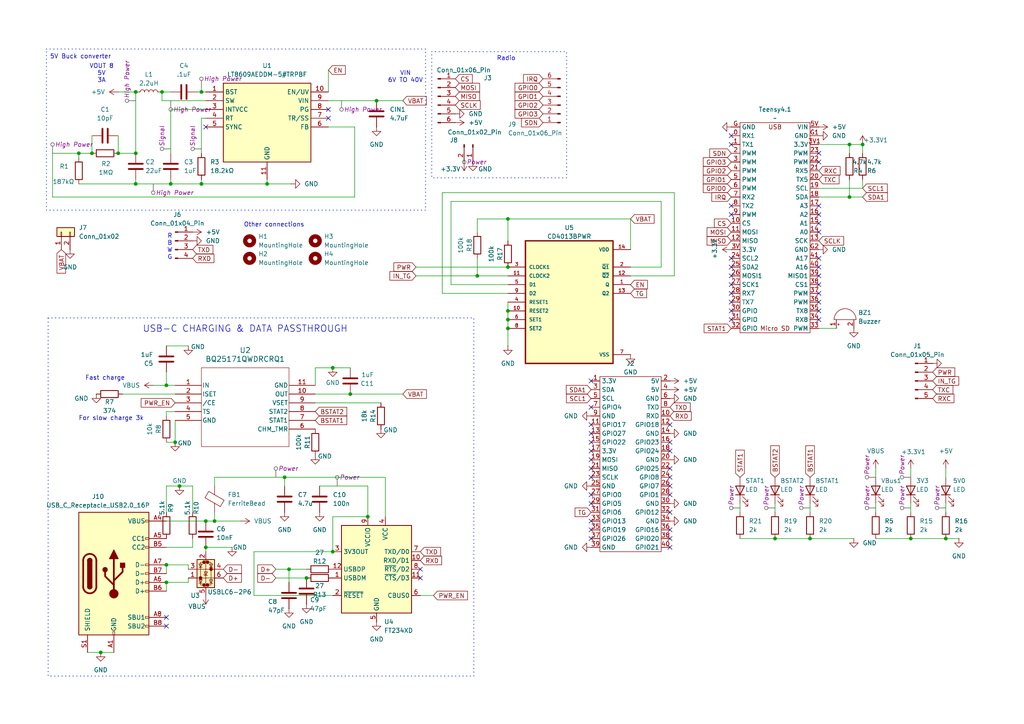
<source format=kicad_sch>
(kicad_sch (version 20231120) (generator "eeschema") (generator_version "8.0")
  (paper "A4")
  (junction (at 101.6 114.3))
  (junction (at 250.19 41.91))
  (junction (at 59.69 151.13))
  (junction (at 49.53 53.34))
  (junction (at 82.55 138.43))
  (junction (at 147.32 95.25))
  (junction (at 83.82 165.1))
  (junction (at 138.43 80.01))
  (junction (at 22.86 44.45))
  (junction (at 246.38 41.91))
  (junction (at 39.37 53.34))
  (junction (at 96.52 106.68))
  (junction (at 48.26 111.76))
  (junction (at 39.37 26.67))
  (junction (at 52.07 140.97))
  (junction (at 48.26 168.91))
  (junction (at 59.69 158.75))
  (junction (at 147.32 77.47))
  (junction (at 274.32 156.21))
  (junction (at 147.32 90.17))
  (junction (at 48.26 163.83))
  (junction (at 109.22 29.21))
  (junction (at 88.9 167.64))
  (junction (at 106.68 149.86))
  (junction (at 224.79 156.21))
  (junction (at 77.47 53.34))
  (junction (at 58.42 53.34))
  (junction (at 246.38 57.15))
  (junction (at 29.21 189.23))
  (junction (at 50.8 128.27))
  (junction (at 264.16 156.21))
  (junction (at 147.32 92.71))
  (junction (at 234.95 156.21))
  (junction (at 62.23 151.13))
  (junction (at 34.29 44.45))
  (junction (at 39.37 44.45))
  (junction (at 147.32 63.5))
  (junction (at 96.52 160.02))
  (junction (at 58.42 26.67))
  (junction (at 46.99 26.67))
  (junction (at 26.67 44.45))
  (no_connect (at 95.25 31.75))
  (no_connect (at 194.31 143.51))
  (no_connect (at 237.49 62.23))
  (no_connect (at 212.09 74.93))
  (no_connect (at 171.45 128.27))
  (no_connect (at 194.31 140.97))
  (no_connect (at 171.45 130.81))
  (no_connect (at 171.45 146.05))
  (no_connect (at 194.31 156.21))
  (no_connect (at 237.49 87.63))
  (no_connect (at 237.49 90.17))
  (no_connect (at 171.45 123.19))
  (no_connect (at 121.92 167.64))
  (no_connect (at 171.45 110.49))
  (no_connect (at 212.09 90.17))
  (no_connect (at 212.09 59.69))
  (no_connect (at 237.49 44.45))
  (no_connect (at 212.09 92.71))
  (no_connect (at 194.31 158.75))
  (no_connect (at 171.45 135.89))
  (no_connect (at 171.45 138.43))
  (no_connect (at 237.49 92.71))
  (no_connect (at 212.09 77.47))
  (no_connect (at 237.49 46.99))
  (no_connect (at 48.26 179.07))
  (no_connect (at 212.09 39.37))
  (no_connect (at 121.92 165.1))
  (no_connect (at 212.09 82.55))
  (no_connect (at 194.31 153.67))
  (no_connect (at 212.09 41.91))
  (no_connect (at 171.45 125.73))
  (no_connect (at 237.49 59.69))
  (no_connect (at 212.09 85.09))
  (no_connect (at 237.49 64.77))
  (no_connect (at 95.25 34.29))
  (no_connect (at 194.31 135.89))
  (no_connect (at 171.45 151.13))
  (no_connect (at 194.31 148.59))
  (no_connect (at 59.69 36.83))
  (no_connect (at 48.26 181.61))
  (no_connect (at 237.49 85.09))
  (no_connect (at 171.45 118.11))
  (no_connect (at 194.31 123.19))
  (no_connect (at 171.45 133.35))
  (no_connect (at 212.09 80.01))
  (no_connect (at 237.49 74.93))
  (no_connect (at 194.31 138.43))
  (no_connect (at 237.49 77.47))
  (no_connect (at 171.45 156.21))
  (no_connect (at 171.45 153.67))
  (no_connect (at 237.49 82.55))
  (no_connect (at 237.49 67.31))
  (no_connect (at 212.09 62.23))
  (no_connect (at 194.31 130.81))
  (no_connect (at 171.45 143.51))
  (no_connect (at 212.09 87.63))
  (no_connect (at 237.49 80.01))
  (no_connect (at 194.31 128.27))
  (wire (pts (xy 26.67 39.37) (xy 26.67 44.45)))
  (wire (pts (xy 22.86 53.34) (xy 39.37 53.34)))
  (wire (pts (xy 274.32 156.21) (xy 278.13 156.21)))
  (wire (pts (xy 254 135.89) (xy 254 138.43)))
  (wire (pts (xy 182.88 80.01) (xy 195.58 80.01)))
  (wire (pts (xy 83.82 165.1) (xy 83.82 168.91)))
  (wire (pts (xy 82.55 138.43) (xy 111.76 138.43)))
  (wire (pts (xy 39.37 53.34) (xy 49.53 53.34)))
  (wire (pts (xy 82.55 138.43) (xy 82.55 140.97)))
  (wire (pts (xy 195.58 55.88) (xy 128.27 55.88)))
  (wire (pts (xy 195.58 80.01) (xy 195.58 55.88)))
  (wire (pts (xy 54.61 168.91) (xy 54.61 167.64)))
  (wire (pts (xy 46.99 26.67) (xy 49.53 26.67)))
  (wire (pts (xy 120.65 77.47) (xy 147.32 77.47)))
  (wire (pts (xy 250.19 44.45) (xy 250.19 41.91)))
  (wire (pts (xy 52.07 140.97) (xy 55.88 140.97)))
  (wire (pts (xy 96.52 149.86) (xy 106.68 149.86)))
  (wire (pts (xy 274.32 135.89) (xy 274.32 138.43)))
  (wire (pts (xy 191.77 58.42) (xy 130.81 58.42)))
  (wire (pts (xy 182.88 63.5) (xy 147.32 63.5)))
  (wire (pts (xy 48.26 119.38) (xy 48.26 120.65)))
  (wire (pts (xy 147.32 95.25) (xy 147.32 100.33)))
  (wire (pts (xy 95.25 20.32) (xy 95.25 26.67)))
  (wire (pts (xy 128.27 55.88) (xy 128.27 85.09)))
  (wire (pts (xy 48.26 100.33) (xy 54.61 100.33)))
  (wire (pts (xy 58.42 25.4) (xy 58.42 26.67)))
  (wire (pts (xy 138.43 63.5) (xy 138.43 67.31)))
  (wire (pts (xy 254 156.21) (xy 264.16 156.21)))
  (wire (pts (xy 48.26 128.27) (xy 50.8 128.27)))
  (wire (pts (xy 55.88 158.75) (xy 55.88 156.21)))
  (wire (pts (xy 73.66 172.72) (xy 73.66 160.02)))
  (wire (pts (xy 91.44 114.3) (xy 101.6 114.3)))
  (wire (pts (xy 62.23 151.13) (xy 69.85 151.13)))
  (wire (pts (xy 147.32 90.17) (xy 147.32 92.71)))
  (wire (pts (xy 34.29 26.67) (xy 39.37 26.67)))
  (wire (pts (xy 254 146.05) (xy 254 148.59)))
  (wire (pts (xy 96.52 160.02) (xy 96.52 149.86)))
  (wire (pts (xy 96.52 172.72) (xy 73.66 172.72)))
  (wire (pts (xy 130.81 58.42) (xy 130.81 82.55)))
  (wire (pts (xy 25.4 189.23) (xy 29.21 189.23)))
  (wire (pts (xy 15.24 44.45) (xy 22.86 44.45)))
  (wire (pts (xy 101.6 114.3) (xy 116.84 114.3)))
  (wire (pts (xy 22.86 44.45) (xy 22.86 45.72)))
  (wire (pts (xy 62.23 140.97) (xy 62.23 138.43)))
  (wire (pts (xy 59.69 158.75) (xy 67.31 158.75)))
  (wire (pts (xy 214.63 156.21) (xy 224.79 156.21)))
  (wire (pts (xy 58.42 52.07) (xy 58.42 53.34)))
  (wire (pts (xy 237.49 57.15) (xy 246.38 57.15)))
  (wire (pts (xy 182.88 72.39) (xy 182.88 63.5)))
  (wire (pts (xy 120.65 80.01) (xy 138.43 80.01)))
  (wire (pts (xy 246.38 52.07) (xy 246.38 57.15)))
  (wire (pts (xy 48.26 148.59) (xy 48.26 140.97)))
  (wire (pts (xy 48.26 163.83) (xy 48.26 166.37)))
  (wire (pts (xy 15.24 57.15) (xy 15.24 44.45)))
  (wire (pts (xy 224.79 156.21) (xy 234.95 156.21)))
  (wire (pts (xy 191.77 77.47) (xy 191.77 58.42)))
  (wire (pts (xy 95.25 36.83) (xy 102.87 36.83)))
  (wire (pts (xy 49.53 31.75) (xy 49.53 44.45)))
  (wire (pts (xy 54.61 163.83) (xy 54.61 165.1)))
  (wire (pts (xy 22.86 44.45) (xy 26.67 44.45)))
  (wire (pts (xy 234.95 156.21) (xy 247.65 156.21)))
  (wire (pts (xy 49.53 52.07) (xy 49.53 53.34)))
  (wire (pts (xy 44.45 111.76) (xy 48.26 111.76)))
  (wire (pts (xy 138.43 74.93) (xy 138.43 80.01)))
  (wire (pts (xy 58.42 34.29) (xy 58.42 44.45)))
  (wire (pts (xy 48.26 107.95) (xy 48.26 111.76)))
  (wire (pts (xy 128.27 85.09) (xy 147.32 85.09)))
  (wire (pts (xy 83.82 165.1) (xy 88.9 165.1)))
  (wire (pts (xy 55.88 140.97) (xy 55.88 148.59)))
  (wire (pts (xy 59.69 31.75) (xy 49.53 31.75)))
  (wire (pts (xy 106.68 140.97) (xy 106.68 149.86)))
  (wire (pts (xy 111.76 138.43) (xy 111.76 149.86)))
  (wire (pts (xy 49.53 53.34) (xy 58.42 53.34)))
  (wire (pts (xy 237.49 95.25) (xy 242.57 95.25)))
  (wire (pts (xy 138.43 80.01) (xy 147.32 80.01)))
  (wire (pts (xy 274.32 146.05) (xy 274.32 148.59)))
  (wire (pts (xy 91.44 106.68) (xy 96.52 106.68)))
  (wire (pts (xy 91.44 116.84) (xy 110.49 116.84)))
  (wire (pts (xy 39.37 26.67) (xy 39.37 44.45)))
  (wire (pts (xy 246.38 41.91) (xy 250.19 41.91)))
  (wire (pts (xy 50.8 128.27) (xy 50.8 121.92)))
  (wire (pts (xy 214.63 146.05) (xy 214.63 148.59)))
  (wire (pts (xy 29.21 189.23) (xy 33.02 189.23)))
  (wire (pts (xy 147.32 92.71) (xy 147.32 95.25)))
  (wire (pts (xy 246.38 57.15) (xy 250.19 57.15)))
  (wire (pts (xy 58.42 26.67) (xy 59.69 26.67)))
  (wire (pts (xy 34.29 44.45) (xy 39.37 44.45)))
  (wire (pts (xy 130.81 82.55) (xy 147.32 82.55)))
  (wire (pts (xy 96.52 106.68) (xy 101.6 106.68)))
  (wire (pts (xy 62.23 138.43) (xy 82.55 138.43)))
  (wire (pts (xy 48.26 119.38) (xy 50.8 119.38)))
  (wire (pts (xy 237.49 54.61) (xy 250.19 54.61)))
  (wire (pts (xy 234.95 146.05) (xy 234.95 148.59)))
  (wire (pts (xy 59.69 34.29) (xy 58.42 34.29)))
  (wire (pts (xy 92.71 140.97) (xy 106.68 140.97)))
  (wire (pts (xy 77.47 53.34) (xy 84.455 53.34)))
  (wire (pts (xy 48.26 140.97) (xy 52.07 140.97)))
  (wire (pts (xy 46.99 29.21) (xy 46.99 26.67)))
  (wire (pts (xy 182.88 77.47) (xy 191.77 77.47)))
  (wire (pts (xy 59.69 158.75) (xy 59.69 160.02)))
  (wire (pts (xy 57.15 26.67) (xy 58.42 26.67)))
  (wire (pts (xy 34.29 39.37) (xy 34.29 44.45)))
  (wire (pts (xy 48.26 168.91) (xy 54.61 168.91)))
  (wire (pts (xy 59.69 151.13) (xy 62.23 151.13)))
  (wire (pts (xy 147.32 63.5) (xy 147.32 69.85)))
  (wire (pts (xy 48.26 158.75) (xy 55.88 158.75)))
  (wire (pts (xy 80.01 165.1) (xy 83.82 165.1)))
  (wire (pts (xy 91.44 111.76) (xy 91.44 106.68)))
  (wire (pts (xy 147.32 87.63) (xy 147.32 90.17)))
  (wire (pts (xy 102.87 57.15) (xy 15.24 57.15)))
  (wire (pts (xy 48.26 151.13) (xy 59.69 151.13)))
  (wire (pts (xy 237.49 41.91) (xy 246.38 41.91)))
  (wire (pts (xy 250.19 54.61) (xy 250.19 52.07)))
  (wire (pts (xy 39.37 52.07) (xy 39.37 53.34)))
  (wire (pts (xy 138.43 63.5) (xy 147.32 63.5)))
  (wire (pts (xy 264.16 156.21) (xy 274.32 156.21)))
  (wire (pts (xy 58.42 53.34) (xy 77.47 53.34)))
  (wire (pts (xy 264.16 135.89) (xy 264.16 138.43)))
  (wire (pts (xy 48.26 111.76) (xy 50.8 111.76)))
  (wire (pts (xy 264.16 146.05) (xy 264.16 148.59)))
  (wire (pts (xy 48.26 168.91) (xy 48.26 171.45)))
  (wire (pts (xy 48.26 163.83) (xy 54.61 163.83)))
  (wire (pts (xy 246.38 41.91) (xy 246.38 44.45)))
  (wire (pts (xy 224.79 146.05) (xy 224.79 148.59)))
  (wire (pts (xy 80.01 167.64) (xy 88.9 167.64)))
  (wire (pts (xy 62.23 151.13) (xy 62.23 148.59)))
  (wire (pts (xy 95.25 29.21) (xy 109.22 29.21)))
  (wire (pts (xy 102.87 36.83) (xy 102.87 57.15)))
  (wire (pts (xy 77.47 52.07) (xy 77.47 53.34)))
  (wire (pts (xy 121.92 172.72) (xy 125.73 172.72)))
  (wire (pts (xy 73.66 160.02) (xy 96.52 160.02)))
  (wire (pts (xy 35.56 114.3) (xy 50.8 114.3)))
  (wire (pts (xy 59.69 29.21) (xy 46.99 29.21)))
  (wire (pts (xy 109.22 29.21) (xy 116.84 29.21)))
  (rectangle (start 13.462 14.224) (end 123.444 60.96) (stroke (width 0.254) (type dot) (color 23 47 255 1)))
  (rectangle (start 13.97 92.202) (end 137.414 196.088) (stroke (width 0.254) (type dot) (color 23 47 255 1)))
  (rectangle (start 125.222 14.986) (end 164.338 51.562) (stroke (width 0.254) (type dot) (color 23 47 255 1)))
  (text "USB-C CHARGING & DATA PASSTHROUGH" (at 71.12 95.504 0) (effects (font (size 1.905 1.905))))
  (text "R\nB\nW\nG" (at 49.276 71.628 0) (effects (font (size 1.27 1.27))))
  (text "Radio" (at 146.812 17.018 0) (effects (font (size 1.27 1.27))))
  (text "Other connections" (at 79.502 65.278 0) (effects (font (size 1.27 1.27))))
  (text "VIN\n6V TO 40V" (at 117.602 22.352 0) (effects (font (size 1.27 1.27))))
  (text "5V Buck converter" (at 23.368 16.51 0) (effects (font (size 1.27 1.27))))
  (text "For slow charge 3k" (at 32.258 121.412 0) (effects (font (size 1.27 1.27))))
  (text "Fast charge\n" (at 30.48 109.728 0) (effects (font (size 1.27 1.27))))
  (text "VOUT 8\n5V\n3A" (at 29.464 21.336 0) (effects (font (size 1.27 1.27))))
  (global_label "VBAT" (shape input) (at 17.78 72.39 270) (property "Intersheetrefs" "${INTERSHEET_REFS}" (effects (hide yes))))
  (global_label "TG" (shape input) (at 171.45 148.59 180) (property "Intersheetrefs" "${INTERSHEET_REFS}" (effects (hide yes))))
  (global_label "VBAT" (shape input) (at 116.84 114.3 0) (property "Intersheetrefs" "${INTERSHEET_REFS}" (effects (hide yes))))
  (global_label "IN_TG" (shape input) (at 270.51 110.49 0) (property "Intersheetrefs" "${INTERSHEET_REFS}" (effects (hide yes))))
  (global_label "TXD" (shape input) (at 121.92 160.02 0) (property "Intersheetrefs" "${INTERSHEET_REFS}" (effects (hide yes))))
  (global_label "D-" (shape input) (at 64.77 165.1 0) (property "Intersheetrefs" "${INTERSHEET_REFS}" (effects (hide yes))))
  (global_label "TXD" (shape input) (at 194.31 118.11 0) (property "Intersheetrefs" "${INTERSHEET_REFS}" (effects (hide yes))))
  (global_label "GPIO0" (shape input) (at 157.48 25.4 180) (property "Intersheetrefs" "${INTERSHEET_REFS}" (effects (hide yes))))
  (global_label "RXD" (shape input) (at 55.88 74.93 0) (property "Intersheetrefs" "${INTERSHEET_REFS}" (effects (hide yes))))
  (global_label "CS" (shape input) (at 132.08 22.86 0) (property "Intersheetrefs" "${INTERSHEET_REFS}" (effects (hide yes))))
  (global_label "EN" (shape input) (at 95.25 20.32 0) (property "Intersheetrefs" "${INTERSHEET_REFS}" (effects (hide yes))))
  (global_label "GPIO1" (shape input) (at 212.09 52.07 180) (property "Intersheetrefs" "${INTERSHEET_REFS}" (effects (hide yes))))
  (global_label "SDA1" (shape input) (at 171.45 113.03 180) (property "Intersheetrefs" "${INTERSHEET_REFS}" (effects (hide yes))))
  (global_label "GPIO0" (shape input) (at 212.09 54.61 180) (property "Intersheetrefs" "${INTERSHEET_REFS}" (effects (hide yes))))
  (global_label "SDA1" (shape input) (at 250.19 57.15 0) (property "Intersheetrefs" "${INTERSHEET_REFS}" (effects (hide yes))))
  (global_label "MISO" (shape input) (at 132.08 27.94 0) (property "Intersheetrefs" "${INTERSHEET_REFS}" (effects (hide yes))))
  (global_label "STAT1" (shape input) (at 214.63 138.43 90) (property "Intersheetrefs" "${INTERSHEET_REFS}" (effects (hide yes))))
  (global_label "MOSI" (shape input) (at 132.08 25.4 0) (property "Intersheetrefs" "${INTERSHEET_REFS}" (effects (hide yes))))
  (global_label "SDN" (shape input) (at 212.09 44.45 180) (property "Intersheetrefs" "${INTERSHEET_REFS}" (effects (hide yes))))
  (global_label "BSTAT1" (shape input) (at 91.44 121.92 0) (property "Intersheetrefs" "${INTERSHEET_REFS}" (effects (hide yes))))
  (global_label "GPIO2" (shape input) (at 157.48 30.48 180) (property "Intersheetrefs" "${INTERSHEET_REFS}" (effects (hide yes))))
  (global_label "BSTAT1" (shape input) (at 234.95 138.43 90) (property "Intersheetrefs" "${INTERSHEET_REFS}" (effects (hide yes))))
  (global_label "SCL1" (shape input) (at 171.45 115.57 180) (property "Intersheetrefs" "${INTERSHEET_REFS}" (effects (hide yes))))
  (global_label "EN" (shape input) (at 182.88 82.55 0) (property "Intersheetrefs" "${INTERSHEET_REFS}" (effects (hide yes))))
  (global_label "RXD" (shape input) (at 121.92 162.56 0) (property "Intersheetrefs" "${INTERSHEET_REFS}" (effects (hide yes))))
  (global_label "TXC" (shape input) (at 237.49 52.07 0) (property "Intersheetrefs" "${INTERSHEET_REFS}" (effects (hide yes))))
  (global_label "RXC" (shape input) (at 237.49 49.53 0) (property "Intersheetrefs" "${INTERSHEET_REFS}" (effects (hide yes))))
  (global_label "VBAT" (shape input) (at 116.84 29.21 0) (property "Intersheetrefs" "${INTERSHEET_REFS}" (effects (hide yes))))
  (global_label "PWR_EN" (shape input) (at 50.8 116.84 180) (property "Intersheetrefs" "${INTERSHEET_REFS}" (effects (hide yes))))
  (global_label "SDN" (shape input) (at 157.48 35.56 180) (property "Intersheetrefs" "${INTERSHEET_REFS}" (effects (hide yes))))
  (global_label "GPIO3" (shape input) (at 157.48 33.02 180) (property "Intersheetrefs" "${INTERSHEET_REFS}" (effects (hide yes))))
  (global_label "CS" (shape input) (at 212.09 64.77 180) (property "Intersheetrefs" "${INTERSHEET_REFS}" (effects (hide yes))))
  (global_label "PWR" (shape input) (at 120.65 77.47 180) (property "Intersheetrefs" "${INTERSHEET_REFS}" (effects (hide yes))))
  (global_label "MOSI" (shape input) (at 212.09 67.31 180) (property "Intersheetrefs" "${INTERSHEET_REFS}" (effects (hide yes))))
  (global_label "STAT1" (shape input) (at 212.09 95.25 180) (property "Intersheetrefs" "${INTERSHEET_REFS}" (effects (hide yes))))
  (global_label "RXC" (shape input) (at 270.51 115.57 0) (property "Intersheetrefs" "${INTERSHEET_REFS}" (effects (hide yes))))
  (global_label "SCL1" (shape input) (at 250.19 54.61 0) (property "Intersheetrefs" "${INTERSHEET_REFS}" (effects (hide yes))))
  (global_label "GPIO3" (shape input) (at 212.09 46.99 180) (property "Intersheetrefs" "${INTERSHEET_REFS}" (effects (hide yes))))
  (global_label "BSTAT2" (shape input) (at 91.44 119.38 0) (property "Intersheetrefs" "${INTERSHEET_REFS}" (effects (hide yes))))
  (global_label "TXC" (shape input) (at 270.51 113.03 0) (property "Intersheetrefs" "${INTERSHEET_REFS}" (effects (hide yes))))
  (global_label "D-" (shape input) (at 80.01 167.64 180) (property "Intersheetrefs" "${INTERSHEET_REFS}" (effects (hide yes))))
  (global_label "TG" (shape input) (at 182.88 85.09 0) (property "Intersheetrefs" "${INTERSHEET_REFS}" (effects (hide yes))))
  (global_label "MISO" (shape input) (at 212.09 69.85 180) (property "Intersheetrefs" "${INTERSHEET_REFS}" (effects (hide yes))))
  (global_label "GPIO2" (shape input) (at 212.09 49.53 180) (property "Intersheetrefs" "${INTERSHEET_REFS}" (effects (hide yes))))
  (global_label "RXD" (shape input) (at 194.31 120.65 0) (property "Intersheetrefs" "${INTERSHEET_REFS}" (effects (hide yes))))
  (global_label "TXD" (shape input) (at 55.88 72.39 0) (property "Intersheetrefs" "${INTERSHEET_REFS}" (effects (hide yes))))
  (global_label "D+" (shape input) (at 80.01 165.1 180) (property "Intersheetrefs" "${INTERSHEET_REFS}" (effects (hide yes))))
  (global_label "GPIO1" (shape input) (at 157.48 27.94 180) (property "Intersheetrefs" "${INTERSHEET_REFS}" (effects (hide yes))))
  (global_label "D+" (shape input) (at 64.77 167.64 0) (property "Intersheetrefs" "${INTERSHEET_REFS}" (effects (hide yes))))
  (global_label "VBAT" (shape input) (at 182.88 63.5 0) (property "Intersheetrefs" "${INTERSHEET_REFS}" (effects (hide yes))))
  (global_label "BSTAT2" (shape input) (at 224.79 138.43 90) (property "Intersheetrefs" "${INTERSHEET_REFS}" (effects (hide yes))))
  (global_label "IN_TG" (shape input) (at 120.65 80.01 180) (property "Intersheetrefs" "${INTERSHEET_REFS}" (effects (hide yes))))
  (global_label "SCLK" (shape input) (at 132.08 30.48 0) (property "Intersheetrefs" "${INTERSHEET_REFS}" (effects (hide yes))))
  (global_label "IRQ" (shape input) (at 157.48 22.86 180) (property "Intersheetrefs" "${INTERSHEET_REFS}" (effects (hide yes))))
  (global_label "SCLK" (shape input) (at 237.49 69.85 0) (property "Intersheetrefs" "${INTERSHEET_REFS}" (effects (hide yes))))
  (global_label "IRQ" (shape input) (at 212.09 57.15 180) (property "Intersheetrefs" "${INTERSHEET_REFS}" (effects (hide yes))))
  (global_label "PWR_EN" (shape input) (at 125.73 172.72 0) (property "Intersheetrefs" "${INTERSHEET_REFS}" (effects (hide yes))))
  (global_label "PWR" (shape input) (at 270.51 107.95 0) (property "Intersheetrefs" "${INTERSHEET_REFS}" (effects (hide yes))))
  (netclass_flag "" (length 2.54) (shape round) (at 44.45 53.34 180) (property "Netclass" "High Power" (at 45.1485 55.88 0) (effects (font (italic yes)) (justify left))))
  (netclass_flag "" (length 2.54) (shape round) (at 264.16 138.43 90) (property "Netclass" "Power" (at 261.62 137.7315 90) (effects (font (italic yes)) (justify left))))
  (netclass_flag "" (length 2.54) (shape round) (at 49.53 43.18 90) (property "Netclass" "Signal" (at 46.99 42.4815 90) (effects (font (italic yes)) (justify left))))
  (netclass_flag "" (length 2.54) (shape round) (at 58.42 25.4 0) (property "Netclass" "High Power" (at 59.1185 22.86 0) (effects (font (italic yes)) (justify left))))
  (netclass_flag "" (length 2.54) (shape round) (at 15.24 44.45 0) (property "Netclass" "High Power" (at 15.9385 41.91 0) (effects (font (italic yes)) (justify left))))
  (netclass_flag "" (length 2.54) (shape round) (at 39.37 29.21 90) (property "Netclass" "High Power" (at 36.83 28.5115 90) (effects (font (italic yes)) (justify left))))
  (netclass_flag "" (length 2.54) (shape round) (at 264.16 147.32 90) (property "Netclass" "Power" (at 261.62 146.6215 90) (effects (font (italic yes)) (justify left))))
  (netclass_flag "" (length 2.54) (shape round) (at 224.79 147.32 90) (property "Netclass" "Power" (at 222.25 146.6215 90) (effects (font (italic yes)) (justify left))))
  (netclass_flag "" (length 2.54) (shape round) (at 234.95 147.32 90) (property "Netclass" "Power" (at 232.41 146.6215 90) (effects (font (italic yes)) (justify left))))
  (netclass_flag "" (length 2.54) (shape round) (at 49.53 29.21 180) (property "Netclass" "High Power" (at 50.2285 31.75 0) (effects (font (italic yes)) (justify left))))
  (netclass_flag "" (length 2.54) (shape round) (at 134.62 44.45 180) (property "Netclass" "Power" (at 135.3185 46.99 0) (effects (font (italic yes)) (justify left))))
  (netclass_flag "" (length 2.54) (shape round) (at 214.63 147.32 90) (property "Netclass" "Power" (at 212.09 146.6215 90) (effects (font (italic yes)) (justify left))))
  (netclass_flag "" (length 2.54) (shape round) (at 58.42 43.18 90) (property "Netclass" "Signal" (at 55.88 42.4815 90) (effects (font (italic yes)) (justify left))))
  (netclass_flag "" (length 2.54) (shape round) (at 99.06 29.21 180) (property "Netclass" "High Power" (at 99.7585 31.75 0) (effects (font (italic yes)) (justify left))))
  (netclass_flag "" (length 2.54) (shape round) (at 274.32 147.32 90) (property "Netclass" "Power" (at 271.78 146.6215 90) (effects (font (italic yes)) (justify left))))
  (netclass_flag "" (length 2.54) (shape round) (at 254 138.43 90) (property "Netclass" "Power" (at 251.46 137.7315 90) (effects (font (italic yes)) (justify left))))
  (netclass_flag "" (length 2.54) (shape round) (at 80.01 138.43 0) (property "Netclass" "Power" (at 80.7085 135.89 0) (effects (font (italic yes)) (justify left))))
  (netclass_flag "" (length 2.54) (shape round) (at 254 147.32 90) (property "Netclass" "Power" (at 251.46 146.6215 90) (effects (font (italic yes)) (justify left))))
  (netclass_flag "" (length 2.54) (shape round) (at 97.79 140.97 0) (property "Netclass" "Power" (at 98.4885 138.43 0) (effects (font (italic yes)) (justify left))))
  (symbol (lib_id "power:VBUS") (at 69.85 151.13 270) (unit 1)
    (property "Reference" "#PWR037" (effects (hide yes)))
    (property "Value" "VBUS" (at 73.66 151.1299 90) (effects (justify left)))
    (property "Description" "Power symbol creates a global label with name \"VBUS\"" (effects (hide yes)))
  )
  (symbol (lib_id "power:GND") (at 83.82 176.53 0) (unit 1)
    (property "Reference" "#PWR039" (effects (hide yes)))
    (property "Value" "GND" (at 83.82 181.61 0))
    (property "Description" "Power symbol creates a global label with name \"GND\" , ground" (effects (hide yes)))
  )
  (symbol (lib_id "Device:R") (at 31.75 114.3 90) (unit 1)
    (property "Reference" "R7" (at 31.75 116.586 90))
    (property "Value" "374" (at 31.75 119.126 90))
    (property "Footprint" "Resistor_SMD:R_0805_2012Metric" (effects (hide yes)))
    (property "Description" "Resistor" (effects (hide yes)))
  )
  (symbol (lib_id "power:GND") (at 96.52 106.68 0) (unit 1)
    (property "Reference" "#PWR043" (effects (hide yes)))
    (property "Value" "GND" (at 98.552 110.998 0) (effects (justify right)))
    (property "Description" "Power symbol creates a global label with name \"GND\" , ground" (effects (hide yes)))
  )
  (symbol (lib_id "power:GND") (at 137.16 46.99 0) (unit 1)
    (property "Reference" "#PWR026" (effects (hide yes)))
    (property "Value" "GND" (at 140.716 49.022 0))
    (property "Description" "Power symbol creates a global label with name \"GND\" , ground" (effects (hide yes)))
  )
  (symbol (lib_id "power:+3.3V") (at 264.16 135.89 0) (unit 1)
    (property "Reference" "#PWR046" (effects (hide yes)))
    (property "Value" "+3.3V1" (at 261.366 131.064 0) (effects (justify left)))
    (property "Description" "Power symbol creates a global label with name \"+3.3V\"" (effects (hide yes)))
  )
  (symbol (lib_id "power:GND") (at 54.61 100.33 0) (unit 1)
    (property "Reference" "#PWR034" (effects (hide yes)))
    (property "Value" "GND" (at 59.436 100.584 0) (effects (justify right)))
    (property "Description" "Power symbol creates a global label with name \"GND\" , ground" (effects (hide yes)))
  )
  (symbol (lib_id "power:GND") (at 247.65 156.21 0) (unit 1)
    (property "Reference" "#PWR052" (effects (hide yes)))
    (property "Value" "GND" (at 250.19 157.4799 0) (effects (justify left)))
    (property "Description" "Power symbol creates a global label with name \"GND\" , ground" (effects (hide yes)))
  )
  (symbol (lib_id "Avionics (1):LT8609AEDDM-5#TRPBF") (at 59.69 26.67 0) (unit 1)
    (property "Reference" "U1" (at 77.47 19.05 0))
    (property "Value" "LT8609AEDDM-5#TRPBF" (at 77.47 21.59 0))
    (property "Footprint" "Avionics:LT8609AEDDM-5#TRPBF" (effects (hide yes)))
    (property "Datasheet" "https://www.analog.com/media/en/technical-documentation/data-sheets/LT8609-8609A-8609B.pdf" (effects (hide yes)))
    (property "Description" "42V, 2A/3A PEAK SYNC BUCK REG W/" (effects (hide yes)))
    (property "Height" "0.85" (effects (hide yes)))
    (property "Mouser Part Number" "584-LT8609AEDDM-5#TR" (effects (hide yes)))
    (property "Mouser Price/Stock" "https://www.mouser.co.uk/ProductDetail/Analog-Devices/LT8609AEDDM-5TRPBF?qs=B6kkDfuK7%2FB%2F%252BOS8BU8yDg%3D%3D" (effects (hide yes)))
    (property "Manufacturer_Name" "Analog Devices" (effects (hide yes)))
    (property "Manufacturer_Part_Number" "LT8609AEDDM-5#TRPBF" (effects (hide yes)))
  )
  (symbol (lib_id "Device:R") (at 264.16 152.4 0) (unit 1)
    (property "Reference" "R15" (at 266.7 151.1299 0) (effects (justify left)))
    (property "Value" "2k" (at 266.7 153.6699 0) (effects (justify left)))
    (property "Footprint" "Resistor_SMD:R_0805_2012Metric_Pad1.20x1.40mm_HandSolder" (effects (hide yes)))
    (property "Description" "Resistor" (effects (hide yes)))
  )
  (symbol (lib_id "power:GND") (at 237.49 72.39 90) (unit 1)
    (property "Reference" "#PWR015" (effects (hide yes)))
    (property "Value" "GND" (at 241.3 72.3899 90) (effects (justify right)))
    (property "Description" "Power symbol creates a global label with name \"GND\" , ground" (effects (hide yes)))
  )
  (symbol (lib_id "power:GND") (at 194.31 125.73 90) (unit 1)
    (property "Reference" "#PWR016" (effects (hide yes)))
    (property "Value" "GND" (at 198.12 125.7299 90) (effects (justify right)))
    (property "Description" "Power symbol creates a global label with name \"GND\" , ground" (effects (hide yes)))
  )
  (symbol (lib_id "Device:R") (at 254 152.4 0) (unit 1)
    (property "Reference" "R5" (at 256.54 151.1299 0) (effects (justify left)))
    (property "Value" "2k" (at 256.54 153.6699 0) (effects (justify left)))
    (property "Footprint" "Resistor_SMD:R_0805_2012Metric_Pad1.20x1.40mm_HandSolder" (effects (hide yes)))
    (property "Description" "Resistor" (effects (hide yes)))
  )
  (symbol (lib_id "power:GND") (at 237.49 39.37 90) (unit 1)
    (property "Reference" "#PWR03" (effects (hide yes)))
    (property "Value" "GND" (at 241.3 39.3699 90) (effects (justify right)))
    (property "Description" "Power symbol creates a global label with name \"GND\" , ground" (effects (hide yes)))
  )
  (symbol (lib_id "Connector:Conn_01x05_Pin") (at 265.43 110.49 0) (unit 1)
    (property "Reference" "J1" (at 266.065 100.33 0))
    (property "Value" "Conn_01x05_Pin" (at 266.065 102.87 0))
    (property "Footprint" "Connector_JST:JST_XH_S5B-XH-A_1x05_P2.50mm_Horizontal" (effects (hide yes)))
    (property "Description" "Generic connector, single row, 01x05, script generated" (effects (hide yes)))
  )
  (symbol (lib_id "power:+5V") (at 194.31 110.49 270) (unit 1)
    (property "Reference" "#PWR013" (effects (hide yes)))
    (property "Value" "+5V" (at 198.12 110.4899 90) (effects (justify left)))
    (property "Description" "Power symbol creates a global label with name \"+5V\"" (effects (hide yes)))
  )
  (symbol (lib_id "power:+5V") (at 194.31 113.03 270) (unit 1)
    (property "Reference" "#PWR014" (effects (hide yes)))
    (property "Value" "+5V" (at 198.12 113.0299 90) (effects (justify left)))
    (property "Description" "Power symbol creates a global label with name \"+5V\"" (effects (hide yes)))
  )
  (symbol (lib_id "Interface_USB:FT234XD") (at 109.22 165.1 0) (unit 1)
    (property "Reference" "U4" (at 111.4141 180.34 0) (effects (justify left)))
    (property "Value" "FT234XD" (at 111.4141 182.88 0) (effects (justify left)))
    (property "Footprint" "Avionics:FT234XD" (effects (hide yes)))
    (property "Datasheet" "https://ftdichip.com/wp-content/uploads/2024/05/DS_FT234XD.pdf" (effects (hide yes)))
    (property "Description" "Full Speed USB to Basic UART, WDFN-12" (effects (hide yes)))
  )
  (symbol (lib_id "Device:R") (at 48.26 124.46 0) (unit 1)
    (property "Reference" "R8" (at 45.974 124.46 90))
    (property "Value" "10k" (at 43.434 124.46 90))
    (property "Footprint" "Resistor_SMD:R_0805_2012Metric" (effects (hide yes)))
    (property "Description" "Resistor" (effects (hide yes)))
  )
  (symbol (lib_id "Device:C") (at 39.37 48.26 180) (unit 1)
    (property "Reference" "C2" (at 42.164 46.99 0) (effects (justify right)))
    (property "Value" "22uF" (at 42.164 49.53 0) (effects (justify right)))
    (property "Footprint" "Capacitor_SMD:C_0805_2012Metric" (effects (hide yes)))
    (property "Description" "Unpolarized capacitor" (effects (hide yes)))
  )
  (symbol (lib_id "power:GND") (at 194.31 115.57 90) (unit 1)
    (property "Reference" "#PWR06" (effects (hide yes)))
    (property "Value" "GND" (at 198.12 115.5699 90) (effects (justify right)))
    (property "Description" "Power symbol creates a global label with name \"GND\" , ground" (effects (hide yes)))
  )
  (symbol (lib_id "Device:R") (at 246.38 48.26 180) (unit 1)
    (property "Reference" "R4" (at 250.19 49.53 0) (effects (justify left)))
    (property "Value" "4.7k" (at 251.46 46.99 0) (effects (justify left)))
    (property "Footprint" "Resistor_SMD:R_0805_2012Metric_Pad1.20x1.40mm_HandSolder" (effects (hide yes)))
  )
  (symbol (lib_id "Device:R") (at 58.42 48.26 0) (unit 1)
    (property "Reference" "R3" (at 60.96 46.9899 0) (effects (justify left)))
    (property "Value" "18.2kΩ" (at 60.96 49.5299 0) (effects (justify left)))
    (property "Footprint" "Resistor_SMD:R_0805_2012Metric" (effects (hide yes)))
    (property "Description" "Resistor" (effects (hide yes)))
  )
  (symbol (lib_id "power:+5V") (at 34.29 26.67 90) (unit 1)
    (property "Reference" "#PWR011" (effects (hide yes)))
    (property "Value" "+5V" (at 30.48 26.6699 90) (effects (justify left)))
    (property "Description" "Power symbol creates a global label with name \"+5V\"" (effects (hide yes)))
  )
  (symbol (lib_id "Device:C") (at 109.22 33.02 0) (unit 1)
    (property "Reference" "CIN1" (at 113.03 31.7499 0) (effects (justify left)))
    (property "Value" "4.7uF" (at 113.03 34.2899 0) (effects (justify left)))
    (property "Footprint" "Capacitor_SMD:C_0805_2012Metric" (effects (hide yes)))
    (property "Description" "Unpolarized capacitor" (effects (hide yes)))
  )
  (symbol (lib_id "Mechanical:MountingHole") (at 91.44 74.93 0) (unit 1) (exclude_from_sim yes) (in_bom no)
    (property "Reference" "H4" (at 93.98 73.6599 0) (effects (justify left)))
    (property "Value" "MountingHole" (at 93.98 76.1999 0) (effects (justify left)))
    (property "Footprint" "MountingHole:MountingHole_3.2mm_M3" (effects (hide yes)))
    (property "Description" "Mounting Hole without connection" (effects (hide yes)))
  )
  (symbol (lib_id "Connector:Conn_01x06_Pin") (at 162.56 30.48 180) (unit 1)
    (property "Reference" "J9" (at 147.32 36.068 0) (effects (justify right)))
    (property "Value" "Conn_01x06_Pin" (at 147.32 38.608 0) (effects (justify right)))
    (property "Footprint" "Connector_JST:JST_XH_S6B-XH-A_1x06_P2.50mm_Horizontal" (effects (hide yes)))
    (property "Description" "Generic connector, single row, 01x06, script generated" (effects (hide yes)))
  )
  (symbol (lib_id "Device:LED") (at 234.95 142.24 90) (unit 1)
    (property "Reference" "BSTAT1" (at 236.474 139.446 90) (effects (justify right)))
    (property "Value" "LED" (at 236.474 141.986 90) (effects (justify right)))
    (property "Footprint" "LED_SMD:LED_0805_2012Metric_Pad1.15x1.40mm_HandSolder" (effects (hide yes)))
    (property "Description" "Light emitting diode" (effects (hide yes)))
  )
  (symbol (lib_id "Avionics:BQ25171QWDRCRQ1") (at 50.8 111.76 0) (unit 1)
    (property "Reference" "U2" (at 71.12 101.6 0) (effects (font (size 1.524 1.524))))
    (property "Value" "BQ25171QWDRCRQ1" (at 71.12 104.14 0) (effects (font (size 1.524 1.524))))
    (property "Footprint" "Avionics:VSON10_BQ25171_3X3_TEX" (effects (hide yes)))
    (property "Datasheet" "BQ25171QWDRCRQ1" (effects (hide yes)))
  )
  (symbol (lib_id "power:+3.3V") (at 134.62 46.99 180) (unit 1)
    (property "Reference" "#PWR025" (effects (hide yes)))
    (property "Value" "+3.3V" (at 133.604 49.022 0) (effects (justify left)))
    (property "Description" "Power symbol creates a global label with name \"+3.3V\"" (effects (hide yes)))
  )
  (symbol (lib_id "Avionics:Pi4B_Expansion_Header") (at 182.88 135.89 0) (unit 1)
    (property "Reference" "J2" (at 182.88 105.41 0))
    (property "Value" "~" (at 182.88 107.95 0))
    (property "Footprint" "Connector_PinSocket_2.54mm:PinSocket_2x20_P2.54mm_Vertical" (effects (hide yes)))
  )
  (symbol (lib_id "Device:LED") (at 264.16 142.24 90) (unit 1)
    (property "Reference" "3V3" (at 265.684 139.446 90) (effects (justify right)))
    (property "Value" "LED" (at 265.684 141.986 90) (effects (justify right)))
    (property "Footprint" "LED_SMD:LED_0805_2012Metric_Pad1.15x1.40mm_HandSolder" (effects (hide yes)))
    (property "Description" "Light emitting diode" (effects (hide yes)))
  )
  (symbol (lib_id "Device:C") (at 92.71 144.78 180) (unit 1)
    (property "Reference" "C10" (at 96.52 143.5099 0) (effects (justify right)))
    (property "Value" "100n" (at 96.52 146.0499 0) (effects (justify right)))
    (property "Footprint" "Capacitor_SMD:C_0805_2012Metric" (effects (hide yes)))
    (property "Description" "Unpolarized capacitor" (effects (hide yes)))
  )
  (symbol (lib_id "power:VBUS") (at 59.69 172.72 180) (unit 1)
    (property "Reference" "#PWR035" (effects (hide yes)))
    (property "Value" "VBUS" (at 57.15 175.895 0))
    (property "Description" "Power symbol creates a global label with name \"VBUS\"" (effects (hide yes)))
  )
  (symbol (lib_id "power:+5V") (at 132.08 35.56 270) (unit 1)
    (property "Reference" "#PWR024" (effects (hide yes)))
    (property "Value" "+5V" (at 135.89 35.5599 90) (effects (justify left)))
    (property "Description" "Power symbol creates a global label with name \"+5V\"" (effects (hide yes)))
  )
  (symbol (lib_id "power:GND") (at 194.31 133.35 90) (unit 1)
    (property "Reference" "#PWR017" (effects (hide yes)))
    (property "Value" "GND" (at 198.12 133.3499 90) (effects (justify right)))
    (property "Description" "Power symbol creates a global label with name \"GND\" , ground" (effects (hide yes)))
  )
  (symbol (lib_id "Device:C") (at 101.6 110.49 0) (unit 1)
    (property "Reference" "C11" (at 108.458 111.252 0) (effects (justify right)))
    (property "Value" "1uF" (at 108.458 108.712 0) (effects (justify right)))
    (property "Footprint" "Capacitor_SMD:C_0805_2012Metric" (effects (hide yes)))
    (property "Description" "Unpolarized capacitor" (effects (hide yes)))
  )
  (symbol (lib_id "power:GND") (at 182.88 102.87 0) (unit 1)
    (property "Reference" "#PWR050" (effects (hide yes)))
    (property "Value" "GND" (at 182.88 107.95 0))
    (property "Description" "Power symbol creates a global label with name \"GND\" , ground" (effects (hide yes)))
  )
  (symbol (lib_id "Mechanical:MountingHole") (at 72.39 74.93 0) (unit 1) (exclude_from_sim yes) (in_bom no)
    (property "Reference" "H2" (at 74.93 73.6599 0) (effects (justify left)))
    (property "Value" "MountingHole" (at 74.93 76.1999 0) (effects (justify left)))
    (property "Footprint" "MountingHole:MountingHole_3.2mm_M3" (effects (hide yes)))
    (property "Description" "Mounting Hole without connection" (effects (hide yes)))
  )
  (symbol (lib_id "Device:C") (at 53.34 26.67 90) (unit 1)
    (property "Reference" "C4" (at 53.34 19.05 90))
    (property "Value" ".1uF" (at 53.34 21.59 90))
    (property "Footprint" "Capacitor_SMD:C_0805_2012Metric" (effects (hide yes)))
    (property "Description" "Unpolarized capacitor" (effects (hide yes)))
  )
  (symbol (lib_id "power:GND") (at 50.8 128.27 0) (unit 1)
    (property "Reference" "#PWR032" (effects (hide yes)))
    (property "Value" "GND" (at 55.626 128.524 0) (effects (justify right)))
    (property "Description" "Power symbol creates a global label with name \"GND\" , ground" (effects (hide yes)))
  )
  (symbol (lib_id "power:GND") (at 212.09 36.83 270) (unit 1)
    (property "Reference" "#PWR04" (effects (hide yes)))
    (property "Value" "GND" (effects (hide yes)))
    (property "Description" "Power symbol creates a global label with name \"GND\" , ground" (effects (hide yes)))
  )
  (symbol (lib_id "Device:LED") (at 214.63 142.24 90) (unit 1)
    (property "Reference" "STAT1" (at 216.154 139.446 90) (effects (justify right)))
    (property "Value" "LED" (at 216.154 141.986 90) (effects (justify right)))
    (property "Footprint" "LED_SMD:LED_0805_2012Metric_Pad1.15x1.40mm_HandSolder" (effects (hide yes)))
    (property "Description" "Light emitting diode" (effects (hide yes)))
  )
  (symbol (lib_id "Device:R") (at 274.32 152.4 0) (unit 1)
    (property "Reference" "R16" (at 276.86 151.1299 0) (effects (justify left)))
    (property "Value" "2k" (at 276.86 153.6699 0) (effects (justify left)))
    (property "Footprint" "Resistor_SMD:R_0805_2012Metric_Pad1.20x1.40mm_HandSolder" (effects (hide yes)))
    (property "Description" "Resistor" (effects (hide yes)))
  )
  (symbol (lib_id "power:GND") (at 194.31 151.13 90) (unit 1)
    (property "Reference" "#PWR019" (effects (hide yes)))
    (property "Value" "GND" (at 198.12 151.1299 90) (effects (justify right)))
    (property "Description" "Power symbol creates a global label with name \"GND\" , ground" (effects (hide yes)))
  )
  (symbol (lib_id "Device:R") (at 138.43 71.12 0) (unit 1)
    (property "Reference" "R18" (at 136.144 71.12 90))
    (property "Value" "100k" (at 133.604 71.12 90))
    (property "Footprint" "Resistor_SMD:R_0805_2012Metric" (effects (hide yes)))
    (property "Description" "Resistor" (effects (hide yes)))
  )
  (symbol (lib_id "Device:L") (at 43.18 26.67 90) (unit 1)
    (property "Reference" "L1" (at 43.18 21.59 90))
    (property "Value" "2.2uH" (at 43.18 24.13 90))
    (property "Footprint" "Inductor_SMD:L_0805_2012Metric" (effects (hide yes)))
    (property "Description" "Inductor" (effects (hide yes)))
  )
  (symbol (lib_id "Device:LED") (at 274.32 142.24 90) (unit 1)
    (property "Reference" "5V0" (at 276.352 139.446 90) (effects (justify right)))
    (property "Value" "LED" (at 276.352 141.986 90) (effects (justify right)))
    (property "Footprint" "LED_SMD:LED_0805_2012Metric_Pad1.15x1.40mm_HandSolder" (effects (hide yes)))
    (property "Description" "Light emitting diode" (effects (hide yes)))
  )
  (symbol (lib_id "power:GND") (at 147.32 100.33 0) (unit 1)
    (property "Reference" "#PWR049" (effects (hide yes)))
    (property "Value" "GND" (at 147.32 105.41 0))
    (property "Description" "Power symbol creates a global label with name \"GND\" , ground" (effects (hide yes)))
  )
  (symbol (lib_id "power:GND") (at 91.44 132.08 0) (unit 1)
    (property "Reference" "#PWR041" (effects (hide yes)))
    (property "Value" "GND" (at 96.266 132.334 0) (effects (justify right)))
    (property "Description" "Power symbol creates a global label with name \"GND\" , ground" (effects (hide yes)))
  )
  (symbol (lib_id "power:GND") (at 110.49 124.46 0) (unit 1)
    (property "Reference" "#PWR045" (effects (hide yes)))
    (property "Value" "GND" (at 115.316 124.714 0) (effects (justify right)))
    (property "Description" "Power symbol creates a global label with name \"GND\" , ground" (effects (hide yes)))
  )
  (symbol (lib_id "Device:LED") (at 254 142.24 90) (unit 1)
    (property "Reference" "VBus1" (at 255.524 139.446 90) (effects (justify right)))
    (property "Value" "LED" (at 255.524 141.986 90) (effects (justify right)))
    (property "Footprint" "LED_SMD:LED_0805_2012Metric_Pad1.15x1.40mm_HandSolder" (effects (hide yes)))
    (property "Description" "Light emitting diode" (effects (hide yes)))
  )
  (symbol (lib_id "power:GND") (at 20.32 72.39 0) (unit 1)
    (property "Reference" "#PWR010" (effects (hide yes)))
    (property "Value" "GND" (at 20.32 77.47 0))
    (property "Description" "Power symbol creates a global label with name \"GND\" , ground" (effects (hide yes)))
  )
  (symbol (lib_id "power:GND") (at 270.51 105.41 90) (unit 1)
    (property "Reference" "#PWR051" (effects (hide yes)))
    (property "Value" "GND" (effects (hide yes)))
    (property "Description" "Power symbol creates a global label with name \"GND\" , ground" (effects (hide yes)))
  )
  (symbol (lib_id "Avionics:CD4013BPWR") (at 165.1 87.63 0) (unit 1)
    (property "Reference" "U5" (at 165.1 66.04 0))
    (property "Value" "CD4013BPWR" (at 165.1 68.58 0))
    (property "Footprint" "Avionics:CD4013BPWR" (effects (hide yes)))
  )
  (symbol (lib_id "power:+3.3V") (at 250.19 41.91 0) (unit 1)
    (property "Reference" "#PWR07" (effects (hide yes)))
    (property "Value" "+3.3V1" (at 254 40.64 0))
    (property "Description" "Power symbol creates a global label with name \"+3.3V\"" (effects (hide yes)))
  )
  (symbol (lib_id "power:+5V") (at 55.88 67.31 270) (unit 1)
    (property "Reference" "#PWR027" (effects (hide yes)))
    (property "Value" "+5V" (at 59.69 67.3099 90) (effects (justify left)))
    (property "Description" "Power symbol creates a global label with name \"+5V\"" (effects (hide yes)))
  )
  (symbol (lib_id "Device:C") (at 59.69 154.94 180) (unit 1)
    (property "Reference" "C6" (at 62.738 153.416 0) (effects (justify right)))
    (property "Value" "10nF" (at 62.738 155.956 0) (effects (justify right)))
    (property "Footprint" "Capacitor_SMD:C_0805_2012Metric" (effects (hide yes)))
    (property "Description" "Unpolarized capacitor" (effects (hide yes)))
  )
  (symbol (lib_id "power:GND") (at 171.45 120.65 270) (unit 1)
    (property "Reference" "#PWR022" (effects (hide yes)))
    (property "Value" "GND" (at 167.64 120.6499 90) (effects (justify right)))
    (property "Description" "Power symbol creates a global label with name \"GND\" , ground" (effects (hide yes)))
  )
  (symbol (lib_id "Power_Protection:USBLC6-2P6") (at 59.69 167.64 0) (mirror x) (unit 1)
    (property "Reference" "U3" (at 55.245 172.72 0) (effects (justify left)))
    (property "Value" "USBLC6-2P6" (at 60.198 171.704 0) (effects (justify left)))
    (property "Footprint" "Avionics:USBLC6-2P6" (effects (hide yes)))
    (property "Datasheet" "https://www.st.com/resource/en/datasheet/usblc6-2.pdf" (effects (hide yes)))
    (property "Description" "Very low capacitance ESD protection diode, 2 data-line, SOT-666" (effects (hide yes)))
  )
  (symbol (lib_id "Device:R") (at 214.63 152.4 0) (unit 1)
    (property "Reference" "R21" (at 217.17 151.1299 0) (effects (justify left)))
    (property "Value" "2k" (at 217.17 153.6699 0) (effects (justify left)))
    (property "Footprint" "Resistor_SMD:R_0805_2012Metric_Pad1.20x1.40mm_HandSolder" (effects (hide yes)))
    (property "Description" "Resistor" (effects (hide yes)))
  )
  (symbol (lib_id "Device:R") (at 48.26 152.4 0) (unit 1)
    (property "Reference" "R9" (at 49.53 147.32 90))
    (property "Value" "5.1k" (at 46.99 147.32 90))
    (property "Footprint" "Resistor_SMD:R_0805_2012Metric" (effects (hide yes)))
    (property "Description" "Resistor" (effects (hide yes)))
  )
  (symbol (lib_id "Device:R") (at 55.88 152.4 0) (unit 1)
    (property "Reference" "R10" (at 56.896 147.32 90))
    (property "Value" "5.1k" (at 54.356 147.32 90))
    (property "Footprint" "Resistor_SMD:R_0805_2012Metric" (effects (hide yes)))
    (property "Description" "Resistor" (effects (hide yes)))
  )
  (symbol (lib_id "power:GND") (at 88.9 175.26 0) (unit 1)
    (property "Reference" "#PWR040" (effects (hide yes)))
    (property "Value" "GND" (at 88.9 180.34 0))
    (property "Description" "Power symbol creates a global label with name \"GND\" , ground" (effects (hide yes)))
  )
  (symbol (lib_id "power:GND") (at 171.45 158.75 270) (unit 1)
    (property "Reference" "#PWR020" (effects (hide yes)))
    (property "Value" "GND" (at 167.64 158.7499 90) (effects (justify right)))
    (property "Description" "Power symbol creates a global label with name \"GND\" , ground" (effects (hide yes)))
  )
  (symbol (lib_id "power:GND") (at 92.71 148.59 0) (unit 1)
    (property "Reference" "#PWR042" (effects (hide yes)))
    (property "Value" "GND" (at 92.71 153.67 0))
    (property "Description" "Power symbol creates a global label with name \"GND\" , ground" (effects (hide yes)))
  )
  (symbol (lib_id "Device:C") (at 48.26 104.14 0) (unit 1)
    (property "Reference" "C5" (at 44.45 105.4101 0) (effects (justify right)))
    (property "Value" "1uF" (at 44.45 102.8701 0) (effects (justify right)))
    (property "Footprint" "Capacitor_SMD:C_0805_2012Metric" (effects (hide yes)))
    (property "Description" "Unpolarized capacitor" (effects (hide yes)))
  )
  (symbol (lib_id "Device:R") (at 224.79 152.4 0) (unit 1)
    (property "Reference" "R19" (at 227.33 151.1299 0) (effects (justify left)))
    (property "Value" "2k" (at 227.33 153.6699 0) (effects (justify left)))
    (property "Footprint" "Resistor_SMD:R_0805_2012Metric_Pad1.20x1.40mm_HandSolder" (effects (hide yes)))
    (property "Description" "Resistor" (effects (hide yes)))
  )
  (symbol (lib_id "Avionics:Teensy4.1") (at 224.79 66.04 0) (unit 1)
    (property "Reference" "Teensy4.1" (at 224.79 31.75 0))
    (property "Value" "~" (at 224.79 34.29 0))
    (property "Footprint" "Avionics:Teensy_4.1_Compact" (effects (hide yes)))
  )
  (symbol (lib_id "Device:C") (at 30.48 39.37 90) (unit 1)
    (property "Reference" "C1" (at 30.48 31.75 90))
    (property "Value" "10pF" (at 30.48 34.29 90))
    (property "Footprint" "Capacitor_SMD:C_0805_2012Metric" (effects (hide yes)))
    (property "Description" "Unpolarized capacitor" (effects (hide yes)))
  )
  (symbol (lib_id "power:GND") (at 171.45 140.97 270) (unit 1)
    (property "Reference" "#PWR021" (effects (hide yes)))
    (property "Value" "GND" (at 167.64 140.9699 90) (effects (justify right)))
    (property "Description" "Power symbol creates a global label with name \"GND\" , ground" (effects (hide yes)))
  )
  (symbol (lib_id "power:GND") (at 52.07 140.97 0) (unit 1)
    (property "Reference" "#PWR033" (effects (hide yes)))
    (property "Value" "GND" (at 52.07 139.446 0))
    (property "Description" "Power symbol creates a global label with name \"GND\" , ground" (effects (hide yes)))
  )
  (symbol (lib_id "Device:R") (at 22.86 49.53 180) (unit 1)
    (property "Reference" "R1" (at 17.272 48.26 0) (effects (justify right)))
    (property "Value" "187kΩ" (at 15.24 52.705 0) (effects (justify right)))
    (property "Footprint" "Resistor_SMD:R_0805_2012Metric" (effects (hide yes)))
    (property "Description" "Resistor" (effects (hide yes)))
  )
  (symbol (lib_id "Mechanical:MountingHole") (at 72.39 69.85 0) (unit 1) (exclude_from_sim yes) (in_bom no)
    (property "Reference" "H1" (at 74.93 68.5799 0) (effects (justify left)))
    (property "Value" "MountingHole" (at 74.93 71.1199 0) (effects (justify left)))
    (property "Footprint" "MountingHole:MountingHole_3.2mm_M3" (effects (hide yes)))
    (property "Description" "Mounting Hole without connection" (effects (hide yes)))
  )
  (symbol (lib_id "power:GND") (at 55.88 69.85 90) (unit 1)
    (property "Reference" "#PWR028" (effects (hide yes)))
    (property "Value" "GND" (at 59.69 69.8499 90) (effects (justify right)))
    (property "Description" "Power symbol creates a global label with name \"GND\" , ground" (effects (hide yes)))
  )
  (symbol (lib_id "Connector:Conn_01x04_Pin") (at 50.8 69.85 0) (unit 1)
    (property "Reference" "J6" (at 51.435 62.23 0))
    (property "Value" "Conn_01x04_Pin" (at 51.435 64.77 0))
    (property "Footprint" "Connector_PinHeader_2.54mm:PinHeader_1x04_P2.54mm_Horizontal" (effects (hide yes)))
    (property "Description" "Generic connector, single row, 01x04, script generated" (effects (hide yes)))
  )
  (symbol (lib_id "power:+3.3V") (at 212.09 72.39 90) (unit 1)
    (property "Reference" "#PWR048" (effects (hide yes)))
    (property "Value" "+3.3V" (at 207.264 75.184 0) (effects (justify left)))
    (property "Description" "Power symbol creates a global label with name \"+3.3V\"" (effects (hide yes)))
  )
  (symbol (lib_id "Device:C") (at 82.55 144.78 180) (unit 1)
    (property "Reference" "C7" (at 86.36 143.5099 0) (effects (justify right)))
    (property "Value" "4.7u" (at 86.36 146.0499 0) (effects (justify right)))
    (property "Footprint" "Capacitor_SMD:C_0805_2012Metric" (effects (hide yes)))
    (property "Description" "Unpolarized capacitor" (effects (hide yes)))
  )
  (symbol (lib_id "Device:Buzzer") (at 245.11 92.71 90) (unit 1)
    (property "Reference" "BZ1" (at 248.92 90.6848 90) (effects (justify right)))
    (property "Value" "Buzzer" (at 248.92 93.2248 90) (effects (justify right)))
    (property "Footprint" "Avionics:Adafruit_5V_Buzzer" (effects (hide yes)))
  )
  (symbol (lib_id "power:GND") (at 247.65 95.25 0) (unit 1)
    (property "Reference" "#PWR05" (effects (hide yes)))
    (property "Value" "GND" (at 247.65 100.33 0))
    (property "Description" "Power symbol creates a global label with name \"GND\" , ground" (effects (hide yes)))
  )
  (symbol (lib_id "Device:R") (at 250.19 48.26 0) (unit 1)
    (property "Reference" "R6" (at 251.46 49.53 0) (effects (justify left)))
    (property "Value" "4.7k" (at 251.46 46.99 0) (effects (justify left)))
    (property "Footprint" "Resistor_SMD:R_0805_2012Metric_Pad1.20x1.40mm_HandSolder" (effects (hide yes)))
  )
  (symbol (lib_id "power:VBUS") (at 44.45 111.76 90) (unit 1)
    (property "Reference" "#PWR031" (effects (hide yes)))
    (property "Value" "VBUS" (at 40.64 111.7601 90) (effects (justify left)))
    (property "Description" "Power symbol creates a global label with name \"VBUS\"" (effects (hide yes)))
  )
  (symbol (lib_id "power:GND") (at 132.08 33.02 90) (unit 1)
    (property "Reference" "#PWR023" (effects (hide yes)))
    (property "Value" "GND" (at 135.89 33.0199 90) (effects (justify right)))
    (property "Description" "Power symbol creates a global label with name \"GND\" , ground" (effects (hide yes)))
  )
  (symbol (lib_id "power:+5V") (at 274.32 135.89 0) (unit 1)
    (property "Reference" "#PWR047" (effects (hide yes)))
    (property "Value" "+5V" (at 274.32 130.81 0))
    (property "Description" "Power symbol creates a global label with name \"+5V\"" (effects (hide yes)))
  )
  (symbol (lib_id "Device:R") (at 30.48 44.45 90) (unit 1)
    (property "Reference" "R2" (at 30.734 47.498 90))
    (property "Value" "1MΩ" (at 30.734 50.038 90))
    (property "Footprint" "Resistor_SMD:R_0805_2012Metric" (effects (hide yes)))
    (property "Description" "Resistor" (effects (hide yes)))
  )
  (symbol (lib_id "Device:C") (at 88.9 171.45 180) (unit 1)
    (property "Reference" "C9" (at 89.916 173.99 0) (effects (justify right)))
    (property "Value" "47pF" (at 89.916 176.53 0) (effects (justify right)))
    (property "Footprint" "Capacitor_SMD:C_0805_2012Metric" (effects (hide yes)))
    (property "Description" "Unpolarized capacitor" (effects (hide yes)))
  )
  (symbol (lib_id "Connector_Generic:Conn_01x02") (at 17.78 67.31 90) (unit 1)
    (property "Reference" "J7" (at 22.86 66.0399 90) (effects (justify right)))
    (property "Value" "Conn_01x02" (at 22.86 68.5799 90) (effects (justify right)))
    (property "Footprint" "Connector_JST:JST_XH_S2B-XH-A_1x02_P2.50mm_Horizontal" (effects (hide yes)))
    (property "Description" "Generic connector, single row, 01x02, script generated (kicad-library-utils/schlib/autogen/connector/)" (effects (hide yes)))
  )
  (symbol (lib_id "power:GND") (at 109.22 36.83 0) (unit 1)
    (property "Reference" "#PWR02" (effects (hide yes)))
    (property "Value" "GND" (at 109.22 41.91 0))
    (property "Description" "Power symbol creates a global label with name \"GND\" , ground" (effects (hide yes)))
  )
  (symbol (lib_id "Device:R") (at 110.49 120.65 0) (unit 1)
    (property "Reference" "R14" (at 108.204 120.65 90))
    (property "Value" "18k" (at 105.664 120.65 90))
    (property "Footprint" "Resistor_SMD:R_0805_2012Metric" (effects (hide yes)))
    (property "Description" "Resistor" (effects (hide yes)))
  )
  (symbol (lib_id "power:VBUS") (at 254 135.89 0) (unit 1)
    (property "Reference" "#PWR09" (effects (hide yes)))
    (property "Value" "VBUS" (at 254 130.81 0))
    (property "Description" "Power symbol creates a global label with name \"VBUS\"" (effects (hide yes)))
  )
  (symbol (lib_id "power:GND") (at 109.22 180.34 0) (unit 1)
    (property "Reference" "#PWR044" (effects (hide yes)))
    (property "Value" "GND" (at 109.22 185.42 0))
    (property "Description" "Power symbol creates a global label with name \"GND\" , ground" (effects (hide yes)))
  )
  (symbol (lib_id "Device:R") (at 92.71 167.64 270) (unit 1)
    (property "Reference" "R13" (at 92.71 172.466 90))
    (property "Value" "27" (at 92.71 169.926 90))
    (property "Footprint" "Resistor_SMD:R_0805_2012Metric" (effects (hide yes)))
    (property "Description" "Resistor" (effects (hide yes)))
  )
  (symbol (lib_id "Device:R") (at 234.95 152.4 0) (unit 1)
    (property "Reference" "R20" (at 237.49 151.1299 0) (effects (justify left)))
    (property "Value" "2k" (at 237.49 153.6699 0) (effects (justify left)))
    (property "Footprint" "Resistor_SMD:R_0805_2012Metric_Pad1.20x1.40mm_HandSolder" (effects (hide yes)))
    (property "Description" "Resistor" (effects (hide yes)))
  )
  (symbol (lib_id "Connector:USB_C_Receptacle_USB2.0_16P") (at 33.02 166.37 0) (unit 1)
    (property "Reference" "J10" (at 28.448 144.018 0))
    (property "Value" "USB_C_Receptacle_USB2.0_16P" (at 28.448 146.558 0))
    (property "Footprint" "Connector_USB:USB_C_Receptacle_GCT_USB4105-xx-A_16P_TopMnt_Horizontal" (effects (hide yes)))
    (property "Datasheet" "https://www.usb.org/sites/default/files/documents/usb_type-c.zip" (effects (hide yes)))
    (property "Description" "USB 2.0-only 16P Type-C Receptacle connector" (effects (hide yes)))
  )
  (symbol (lib_id "power:GND") (at 67.31 158.75 0) (unit 1)
    (property "Reference" "#PWR036" (effects (hide yes)))
    (property "Value" "GND" (at 69.596 158.75 0))
    (property "Description" "Power symbol creates a global label with name \"GND\" , ground" (effects (hide yes)))
  )
  (symbol (lib_id "Device:R") (at 91.44 128.27 0) (unit 1)
    (property "Reference" "R11" (at 89.154 128.27 90))
    (property "Value" "100k" (at 86.614 128.27 90))
    (property "Footprint" "Resistor_SMD:R_0805_2012Metric" (effects (hide yes)))
    (property "Description" "Resistor" (effects (hide yes)))
  )
  (symbol (lib_id "Connector:Conn_01x02_Pin") (at 137.16 41.91 270) (unit 1)
    (property "Reference" "J8" (at 132.842 40.64 90) (effects (justify right)))
    (property "Value" "Conn_01x02_Pin" (at 145.542 38.354 90) (effects (justify right)))
    (property "Footprint" "Connector_JST:JST_XH_S2B-XH-A_1x02_P2.50mm_Horizontal" (effects (hide yes)))
    (property "Description" "Generic connector, single row, 01x02, script generated" (effects (hide yes)))
  )
  (symbol (lib_id "Device:FerriteBead") (at 62.23 144.78 0) (unit 1)
    (property "Reference" "FB1" (at 66.04 143.4591 0) (effects (justify left)))
    (property "Value" "FerriteBead" (at 66.04 145.9991 0) (effects (justify left)))
    (property "Footprint" "Resistor_SMD:R_0805_2012Metric_Pad1.20x1.40mm_HandSolder" (effects (hide yes)))
    (property "Description" "MI0805K601R-10" (effects (hide yes)))
  )
  (symbol (lib_id "power:GND") (at 194.31 146.05 90) (unit 1)
    (property "Reference" "#PWR018" (effects (hide yes)))
    (property "Value" "GND" (at 198.12 146.0499 90) (effects (justify right)))
    (property "Description" "Power symbol creates a global label with name \"GND\" , ground" (effects (hide yes)))
  )
  (symbol (lib_id "power:GND") (at 82.55 148.59 0) (unit 1)
    (property "Reference" "#PWR038" (effects (hide yes)))
    (property "Value" "GND" (at 82.55 153.67 0))
    (property "Description" "Power symbol creates a global label with name \"GND\" , ground" (effects (hide yes)))
  )
  (symbol (lib_id "power:+5V") (at 237.49 36.83 270) (unit 1)
    (property "Reference" "#PWR012" (effects (hide yes)))
    (property "Value" "+5V" (at 241.3 36.8299 90) (effects (justify left)))
    (property "Description" "Power symbol creates a global label with name \"+5V\"" (effects (hide yes)))
  )
  (symbol (lib_id "Device:C") (at 49.53 48.26 0) (unit 1)
    (property "Reference" "C3" (at 53.34 46.9899 0) (effects (justify left)))
    (property "Value" "1uF" (at 53.34 49.5299 0) (effects (justify left)))
    (property "Footprint" "Capacitor_SMD:C_0805_2012Metric" (effects (hide yes)))
    (property "Description" "Unpolarized capacitor" (effects (hide yes)))
  )
  (symbol (lib_id "Device:R") (at 147.32 73.66 0) (unit 1)
    (property "Reference" "R17" (at 145.034 73.66 90))
    (property "Value" "100k" (at 142.494 73.66 90))
    (property "Footprint" "Resistor_SMD:R_0805_2012Metric" (effects (hide yes)))
    (property "Description" "Resistor" (effects (hide yes)))
  )
  (symbol (lib_id "Mechanical:MountingHole") (at 91.44 69.85 0) (unit 1) (exclude_from_sim yes) (in_bom no)
    (property "Reference" "H3" (at 93.98 68.5799 0) (effects (justify left)))
    (property "Value" "MountingHole" (at 93.98 71.1199 0) (effects (justify left)))
    (property "Footprint" "MountingHole:MountingHole_3.2mm_M3" (effects (hide yes)))
    (property "Description" "Mounting Hole without connection" (effects (hide yes)))
  )
  (symbol (lib_id "Device:LED") (at 224.79 142.24 90) (unit 1)
    (property "Reference" "BSTAT2" (at 226.314 139.446 90) (effects (justify right)))
    (property "Value" "LED" (at 226.314 141.986 90) (effects (justify right)))
    (property "Footprint" "LED_SMD:LED_0805_2012Metric_Pad1.15x1.40mm_HandSolder" (effects (hide yes)))
    (property "Description" "Light emitting diode" (effects (hide yes)))
  )
  (symbol (lib_id "power:GND") (at 29.21 189.23 0) (unit 1)
    (property "Reference" "#PWR030" (effects (hide yes)))
    (property "Value" "GND" (at 29.21 194.31 0))
    (property "Description" "Power symbol creates a global label with name \"GND\" , ground" (effects (hide yes)))
  )
  (symbol (lib_id "power:GND") (at 84.455 53.34 90) (unit 1)
    (property "Reference" "#PWR01" (effects (hide yes)))
    (property "Value" "GND" (at 88.265 53.3399 90) (effects (justify right)))
    (property "Description" "Power symbol creates a global label with name \"GND\" , ground" (effects (hide yes)))
  )
  (symbol (lib_id "Device:R") (at 92.71 165.1 270) (unit 1)
    (property "Reference" "R12" (at 92.71 162.814 90))
    (property "Value" "27" (at 92.71 160.274 90))
    (property "Footprint" "Resistor_SMD:R_0805_2012Metric" (effects (hide yes)))
    (property "Description" "Resistor" (effects (hide yes)))
  )
  (symbol (lib_id "power:GND") (at 27.94 114.3 0) (unit 1)
    (property "Reference" "#PWR029" (effects (hide yes)))
    (property "Value" "GND" (at 25.654 115.57 0) (effects (justify right)))
    (property "Description" "Power symbol creates a global label with name \"GND\" , ground" (effects (hide yes)))
  )
  (symbol (lib_id "Connector:Conn_01x06_Pin") (at 127 27.94 0) (unit 1)
    (property "Reference" "J3" (at 141.478 22.606 0))
    (property "Value" "Conn_01x06_Pin" (at 134.493 20.32 0))
    (property "Footprint" "Connector_JST:JST_XH_S6B-XH-A_1x06_P2.50mm_Horizontal" (effects (hide yes)))
    (property "Description" "Generic connector, single row, 01x06, script generated" (effects (hide yes)))
  )
  (symbol (lib_id "power:GND") (at 278.13 156.21 0) (unit 1)
    (property "Reference" "#PWR08" (effects (hide yes)))
    (property "Value" "GND" (at 278.13 161.29 0))
    (property "Description" "Power symbol creates a global label with name \"GND\" , ground" (effects (hide yes)))
  )
  (symbol (lib_id "Device:C") (at 83.82 172.72 180) (unit 1)
    (property "Reference" "C8" (at 77.724 174.498 0) (effects (justify right)))
    (property "Value" "47pF" (at 77.724 177.038 0) (effects (justify right)))
    (property "Footprint" "Capacitor_SMD:C_0805_2012Metric" (effects (hide yes)))
    (property "Description" "Unpolarized capacitor" (effects (hide yes)))
  )
)
</source>
